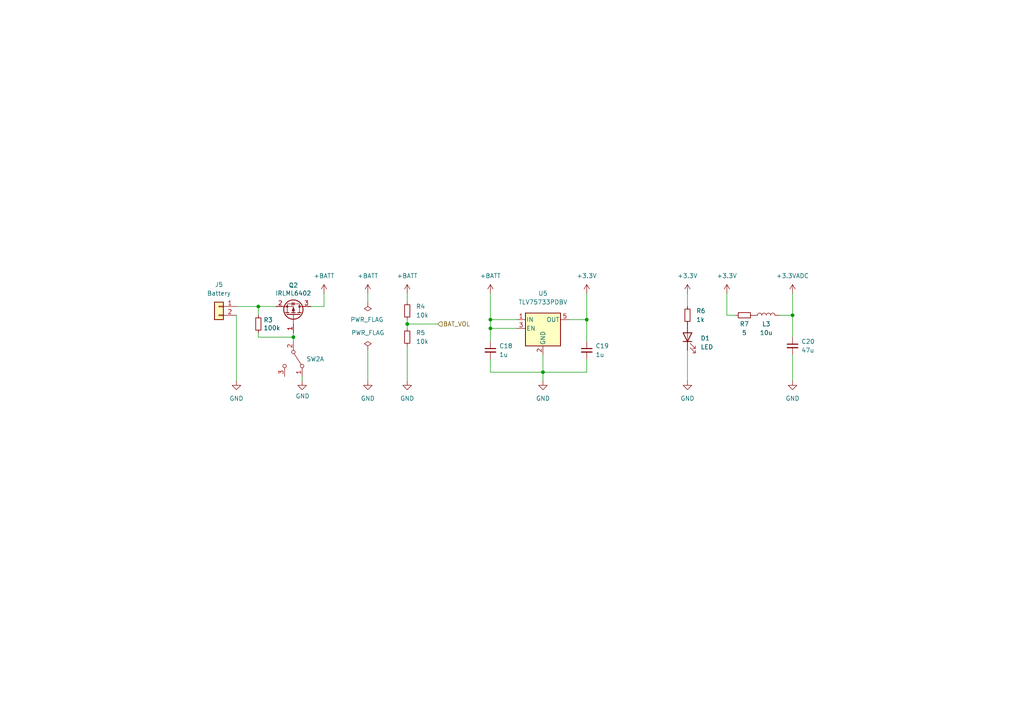
<source format=kicad_sch>
(kicad_sch (version 20231120) (generator "eeschema") (generator_version "8.0")
  (paper "A4")
  (lib_symbols
    (symbol "Connector_Generic:Conn_01x02" (pin_names (offset 1.016) hide)
      (property "Reference" "J" (at 0 2.54 0))
      (property "Value" "Conn_01x02" (at 0 -5.08 0))
      (symbol "Conn_01x02_1_1"
        (rectangle (start -1.27 -2.413) (end 0 -2.667) (stroke (width 0.1524)))
        (rectangle (start -1.27 0.127) (end 0 -0.127) (stroke (width 0.1524)))
        (rectangle (start -1.27 1.27) (end 1.27 -3.81) (stroke (width 0.254)) (fill (type background)))
        (pin passive line (at -5.08 0 0) (length 3.81) (name "Pin_1") (number "1"))
        (pin passive line (at -5.08 -2.54 0) (length 3.81) (name "Pin_2") (number "2"))
      )
    )
    (symbol "Device:C_Small" (pin_numbers hide) (pin_names (offset 0.254) hide)
      (property "Reference" "C" (at 0.254 1.778 0))
      (property "Value" "C_Small" (at 0.254 -2.032 0))
      (symbol "C_Small_0_1"
        (polyline (pts (xy -1.524 -0.508) (xy 1.524 -0.508)) (stroke (width 0.3302)))
        (polyline (pts (xy -1.524 0.508) (xy 1.524 0.508)) (stroke (width 0.3048)))
      )
      (symbol "C_Small_1_1"
        (pin passive line (at 0 2.54 270) (length 2.032) (name "~") (number "1"))
        (pin passive line (at 0 -2.54 90) (length 2.032) (name "~") (number "2"))
      )
    )
    (symbol "Device:L" (pin_numbers hide) (pin_names (offset 1.016) hide)
      (property "Reference" "L" (at -1.27 0 90))
      (property "Value" "L" (at 1.905 0 90))
      (symbol "L_0_1"
        (arc (start 0 -2.54) (mid 0.6323 -1.905) (end 0 -1.27))
        (arc (start 0 -1.27) (mid 0.6323 -0.635) (end 0 0))
        (arc (start 0 0) (mid 0.6323 0.635) (end 0 1.27))
        (arc (start 0 1.27) (mid 0.6323 1.905) (end 0 2.54))
      )
      (symbol "L_1_1"
        (pin passive line (at 0 3.81 270) (length 1.27) (name "1") (number "1"))
        (pin passive line (at 0 -3.81 90) (length 1.27) (name "2") (number "2"))
      )
    )
    (symbol "Device:LED" (pin_numbers hide) (pin_names (offset 1.016) hide)
      (property "Reference" "D" (at 0 2.54 0))
      (property "Value" "LED" (at 0 -2.54 0))
      (symbol "LED_0_1"
        (polyline (pts (xy -1.27 -1.27) (xy -1.27 1.27)) (stroke (width 0.254)))
        (polyline (pts (xy -1.27 0) (xy 1.27 0)))
        (polyline (pts (xy 1.27 -1.27) (xy 1.27 1.27) (xy -1.27 0) (xy 1.27 -1.27)) (stroke (width 0.254)))
        (polyline (pts (xy -3.048 -0.762) (xy -4.572 -2.286) (xy -3.81 -2.286) (xy -4.572 -2.286) (xy -4.572 -1.524)))
        (polyline (pts (xy -1.778 -0.762) (xy -3.302 -2.286) (xy -2.54 -2.286) (xy -3.302 -2.286) (xy -3.302 -1.524)))
      )
      (symbol "LED_1_1"
        (pin passive line (at -3.81 0 0) (length 2.54) (name "K") (number "1"))
        (pin passive line (at 3.81 0 180) (length 2.54) (name "A") (number "2"))
      )
    )
    (symbol "Device:R_Small" (pin_numbers hide) (pin_names (offset 0.254) hide)
      (property "Reference" "R" (at 0.762 0.508 0))
      (property "Value" "R_Small" (at 0.762 -1.016 0))
      (symbol "R_Small_0_1"
        (rectangle (start -0.762 1.778) (end 0.762 -1.778) (stroke (width 0.2032)))
      )
      (symbol "R_Small_1_1"
        (pin passive line (at 0 2.54 270) (length 0.762) (name "~") (number "1"))
        (pin passive line (at 0 -2.54 90) (length 0.762) (name "~") (number "2"))
      )
    )
    (symbol "Regulator_Linear:TLV75733PDBV" (pin_names (offset 0.254))
      (property "Reference" "U" (at -3.81 5.715 0))
      (property "Value" "TLV75733PDBV" (at 0 5.715 0))
      (symbol "TLV75733PDBV_0_1"
        (rectangle (start -5.08 4.445) (end 5.08 -5.08) (stroke (width 0.254)) (fill (type background)))
      )
      (symbol "TLV75733PDBV_1_1"
        (pin power_in line (at -7.62 2.54 0) (length 2.54) (name "IN") (number "1"))
        (pin power_in line (at 0 -7.62 90) (length 2.54) (name "GND") (number "2"))
        (pin input line (at -7.62 0 0) (length 2.54) (name "EN") (number "3"))
        (pin no_connect line (at 5.08 0 180) (length 2.54) hide (name "NC") (number "4"))
        (pin power_out line (at 7.62 2.54 180) (length 2.54) (name "OUT") (number "5"))
      )
    )
    (symbol "Switch:SW_DPDT_x2" (pin_names (offset 0) hide)
      (property "Reference" "SW" (at 0 4.318 0))
      (property "Value" "SW_DPDT_x2" (at 0 -5.08 0))
      (symbol "SW_DPDT_x2_0_0"
        (circle (center -2.032 0) (radius 0.508))
        (circle (center 2.032 -2.54) (radius 0.508))
      )
      (symbol "SW_DPDT_x2_0_1"
        (polyline (pts (xy -1.524 0.254) (xy 1.651 2.286)))
        (circle (center 2.032 2.54) (radius 0.508))
      )
      (symbol "SW_DPDT_x2_1_1"
        (pin passive line (at 5.08 2.54 180) (length 2.54) (name "A") (number "1"))
        (pin passive line (at -5.08 0 0) (length 2.54) (name "B") (number "2"))
        (pin passive line (at 5.08 -2.54 180) (length 2.54) (name "C") (number "3"))
      )
      (symbol "SW_DPDT_x2_2_1"
        (pin passive line (at 5.08 2.54 180) (length 2.54) (name "A") (number "4"))
        (pin passive line (at -5.08 0 0) (length 2.54) (name "B") (number "5"))
        (pin passive line (at 5.08 -2.54 180) (length 2.54) (name "C") (number "6"))
      )
    )
    (symbol "Transistor_FET:IRLML6402" (pin_names hide)
      (property "Reference" "Q" (at 5.08 1.905 0))
      (property "Value" "IRLML6402" (at 5.08 0 0))
      (symbol "IRLML6402_0_1"
        (polyline (pts (xy 0.254 0) (xy -2.54 0)))
        (polyline (pts (xy 0.254 1.905) (xy 0.254 -1.905)) (stroke (width 0.254)))
        (polyline (pts (xy 0.762 -1.27) (xy 0.762 -2.286)) (stroke (width 0.254)))
        (polyline (pts (xy 0.762 0.508) (xy 0.762 -0.508)) (stroke (width 0.254)))
        (polyline (pts (xy 0.762 2.286) (xy 0.762 1.27)) (stroke (width 0.254)))
        (polyline (pts (xy 2.54 2.54) (xy 2.54 1.778)))
        (polyline (pts (xy 2.54 -2.54) (xy 2.54 0) (xy 0.762 0)))
        (polyline (pts (xy 0.762 1.778) (xy 3.302 1.778) (xy 3.302 -1.778) (xy 0.762 -1.778)))
        (polyline (pts (xy 2.286 0) (xy 1.27 0.381) (xy 1.27 -0.381) (xy 2.286 0)) (fill (type outline)))
        (polyline (pts (xy 2.794 -0.508) (xy 2.921 -0.381) (xy 3.683 -0.381) (xy 3.81 -0.254)))
        (polyline (pts (xy 3.302 -0.381) (xy 2.921 0.254) (xy 3.683 0.254) (xy 3.302 -0.381)))
        (circle (center 1.651 0) (radius 2.794) (stroke (width 0.254)))
        (circle (center 2.54 -1.778) (radius 0.254) (fill (type outline)))
        (circle (center 2.54 1.778) (radius 0.254) (fill (type outline)))
      )
      (symbol "IRLML6402_1_1"
        (pin input line (at -5.08 0 0) (length 2.54) (name "G") (number "1"))
        (pin passive line (at 2.54 -5.08 90) (length 2.54) (name "S") (number "2"))
        (pin passive line (at 2.54 5.08 270) (length 2.54) (name "D") (number "3"))
      )
    )
    (symbol "power:+3.3V" (power) (pin_names (offset 0))
      (property "Value" "+3.3V" (at 0 3.556 0))
      (symbol "+3.3V_0_1"
        (polyline (pts (xy -0.762 1.27) (xy 0 2.54)))
        (polyline (pts (xy 0 0) (xy 0 2.54)))
        (polyline (pts (xy 0 2.54) (xy 0.762 1.27)))
      )
      (symbol "+3.3V_1_1"
        (pin power_in line (at 0 0 90) (length 0) hide (name "+3.3V") (number "1"))
      )
    )
    (symbol "power:+3.3VADC" (power) (pin_names (offset 0))
      (property "Value" "+3.3VADC" (at 0 2.54 0))
      (symbol "+3.3VADC_0_0"
        (pin power_in line (at 0 0 90) (length 0) hide (name "+3.3VADC") (number "1"))
      )
      (symbol "+3.3VADC_0_1"
        (polyline (pts (xy -0.762 1.27) (xy 0 2.54)))
        (polyline (pts (xy 0 0) (xy 0 2.54)))
        (polyline (pts (xy 0 2.54) (xy 0.762 1.27)))
      )
    )
    (symbol "power:+BATT" (power) (pin_names (offset 0))
      (property "Value" "+BATT" (at 0 3.556 0))
      (symbol "+BATT_0_1"
        (polyline (pts (xy -0.762 1.27) (xy 0 2.54)))
        (polyline (pts (xy 0 0) (xy 0 2.54)))
        (polyline (pts (xy 0 2.54) (xy 0.762 1.27)))
      )
      (symbol "+BATT_1_1"
        (pin power_in line (at 0 0 90) (length 0) hide (name "+BATT") (number "1"))
      )
    )
    (symbol "power:GND" (power) (pin_names (offset 0))
      (property "Value" "GND" (at 0 -3.81 0))
      (symbol "GND_0_1"
        (polyline (pts (xy 0 0) (xy 0 -1.27) (xy 1.27 -1.27) (xy 0 -2.54) (xy -1.27 -1.27) (xy 0 -1.27)))
      )
      (symbol "GND_1_1"
        (pin power_in line (at 0 0 270) (length 0) hide (name "GND") (number "1"))
      )
    )
    (symbol "power:PWR_FLAG" (power) (pin_numbers hide) (pin_names (offset 0) hide)
      (property "Value" "PWR_FLAG" (at 0 3.81 0))
      (symbol "PWR_FLAG_0_0"
        (pin power_out line (at 0 0 90) (length 0) (name "pwr") (number "1"))
      )
      (symbol "PWR_FLAG_0_1"
        (polyline (pts (xy 0 0) (xy 0 1.27) (xy -1.016 1.905) (xy 0 2.54) (xy 1.016 1.905) (xy 0 1.27)))
      )
    )
  )
  (junction (at 170.18 92.71))
  (junction (at 142.24 92.71))
  (junction (at 74.93 88.9))
  (junction (at 118.11 93.98))
  (junction (at 142.24 95.25))
  (junction (at 157.48 107.95))
  (junction (at 85.09 97.79))
  (junction (at 229.87 91.44))
  (wire (pts (xy 229.87 85.09) (xy 229.87 91.44)))
  (wire (pts (xy 93.98 88.9) (xy 93.98 85.09)))
  (wire (pts (xy 199.39 101.6) (xy 199.39 110.49)))
  (wire (pts (xy 199.39 85.09) (xy 199.39 88.9)))
  (wire (pts (xy 170.18 104.14) (xy 170.18 107.95)))
  (wire (pts (xy 142.24 107.95) (xy 157.48 107.95)))
  (wire (pts (xy 118.11 93.98) (xy 127 93.98)))
  (wire (pts (xy 118.11 93.98) (xy 118.11 95.25)))
  (wire (pts (xy 142.24 95.25) (xy 142.24 92.71)))
  (wire (pts (xy 226.06 91.44) (xy 229.87 91.44)))
  (wire (pts (xy 157.48 107.95) (xy 157.48 110.49)))
  (wire (pts (xy 68.58 88.9) (xy 74.93 88.9)))
  (wire (pts (xy 149.86 95.25) (xy 142.24 95.25)))
  (wire (pts (xy 106.68 85.09) (xy 106.68 87.63)))
  (wire (pts (xy 142.24 85.09) (xy 142.24 92.71)))
  (wire (pts (xy 85.09 96.52) (xy 85.09 97.79)))
  (wire (pts (xy 74.93 97.79) (xy 85.09 97.79)))
  (wire (pts (xy 85.09 99.06) (xy 85.09 97.79)))
  (wire (pts (xy 68.58 91.44) (xy 68.58 110.49)))
  (wire (pts (xy 210.82 85.09) (xy 210.82 91.44)))
  (wire (pts (xy 229.87 97.79) (xy 229.87 91.44)))
  (wire (pts (xy 90.17 88.9) (xy 93.98 88.9)))
  (wire (pts (xy 87.63 110.49) (xy 87.63 109.22)))
  (wire (pts (xy 170.18 107.95) (xy 157.48 107.95)))
  (wire (pts (xy 229.87 102.87) (xy 229.87 110.49)))
  (wire (pts (xy 142.24 92.71) (xy 149.86 92.71)))
  (wire (pts (xy 118.11 100.33) (xy 118.11 110.49)))
  (wire (pts (xy 74.93 88.9) (xy 74.93 91.44)))
  (wire (pts (xy 157.48 102.87) (xy 157.48 107.95)))
  (wire (pts (xy 106.68 101.6) (xy 106.68 110.49)))
  (wire (pts (xy 170.18 85.09) (xy 170.18 92.71)))
  (wire (pts (xy 210.82 91.44) (xy 213.36 91.44)))
  (wire (pts (xy 142.24 95.25) (xy 142.24 99.06)))
  (wire (pts (xy 74.93 96.52) (xy 74.93 97.79)))
  (wire (pts (xy 142.24 104.14) (xy 142.24 107.95)))
  (wire (pts (xy 74.93 88.9) (xy 80.01 88.9)))
  (wire (pts (xy 170.18 92.71) (xy 165.1 92.71)))
  (wire (pts (xy 118.11 92.71) (xy 118.11 93.98)))
  (wire (pts (xy 118.11 85.09) (xy 118.11 87.63)))
  (wire (pts (xy 170.18 92.71) (xy 170.18 99.06)))
  (hierarchical_label "BAT_VOL" (shape input) (at 127 93.98 0))
  (symbol (lib_id "Device:LED") (at 199.39 97.79 90) (unit 1)
    (property "Reference" "D1" (at 203.2 98.1074 90) (effects (justify right)))
    (property "Value" "LED" (at 203.2 100.6474 90) (effects (justify right)))
    (property "Footprint" "LED_SMD:LED_0402_1005Metric" (effects (hide yes)))
  )
  (symbol (lib_id "power:+3.3V") (at 170.18 85.09 0) (unit 1)
    (property "Reference" "#PWR039" (effects (hide yes)))
    (property "Value" "+3.3V" (at 170.18 80.01 0))
  )
  (symbol (lib_id "Device:C_Small") (at 142.24 101.6 0) (unit 1)
    (property "Reference" "C18" (at 144.78 100.3362 0) (effects (justify left)))
    (property "Value" "1u" (at 144.78 102.8762 0) (effects (justify left)))
    (property "Footprint" "Capacitor_SMD:C_0402_1005Metric" (effects (hide yes)))
  )
  (symbol (lib_id "Device:C_Small") (at 229.87 100.33 0) (unit 1)
    (property "Reference" "C20" (at 232.41 99.0662 0) (effects (justify left)))
    (property "Value" "47u" (at 232.41 101.6062 0) (effects (justify left)))
    (property "Footprint" "Capacitor_SMD:C_0603_1608Metric" (effects (hide yes)))
  )
  (symbol (lib_id "power:+3.3VADC") (at 229.87 85.09 0) (unit 1)
    (property "Reference" "#PWR043" (effects (hide yes)))
    (property "Value" "+3.3VADC" (at 229.87 80.01 0))
  )
  (symbol (lib_id "power:PWR_FLAG") (at 106.68 101.6 0) (unit 1)
    (property "Reference" "#FLG04" (effects (hide yes)))
    (property "Value" "PWR_FLAG" (at 106.68 96.52 0))
  )
  (symbol (lib_id "power:GND") (at 229.87 110.49 0) (unit 1)
    (property "Reference" "#PWR044" (effects (hide yes)))
    (property "Value" "GND" (at 229.87 115.57 0))
  )
  (symbol (lib_id "Regulator_Linear:TLV75733PDBV") (at 157.48 95.25 0) (unit 1)
    (property "Reference" "U5" (at 157.48 85.09 0))
    (property "Value" "TLV75733PDBV" (at 157.48 87.63 0))
    (property "Footprint" "Package_TO_SOT_SMD:SOT-23-5" (effects (hide yes)))
    (property "Datasheet" "https://www.ti.com/lit/ds/symlink/tlv757p.pdf" (effects (hide yes)))
  )
  (symbol (lib_id "power:PWR_FLAG") (at 106.68 87.63 180) (unit 1)
    (property "Reference" "#FLG03" (effects (hide yes)))
    (property "Value" "PWR_FLAG" (at 101.6 92.71 0) (effects (justify right)))
  )
  (symbol (lib_id "Device:R_Small") (at 118.11 97.79 0) (unit 1)
    (property "Reference" "R5" (at 120.65 96.5199 0) (effects (justify left)))
    (property "Value" "10k" (at 120.65 99.0599 0) (effects (justify left)))
    (property "Footprint" "Resistor_SMD:R_0201_0603Metric" (effects (hide yes)))
  )
  (symbol (lib_id "power:GND") (at 118.11 110.49 0) (unit 1)
    (property "Reference" "#PWR036" (effects (hide yes)))
    (property "Value" "GND" (at 118.11 115.57 0))
  )
  (symbol (lib_id "power:+BATT") (at 142.24 85.09 0) (unit 1)
    (property "Reference" "#PWR037" (effects (hide yes)))
    (property "Value" "+BATT" (at 142.24 80.01 0))
  )
  (symbol (lib_id "power:+BATT") (at 93.98 85.09 0) (unit 1)
    (property "Reference" "#PWR032" (effects (hide yes)))
    (property "Value" "+BATT" (at 93.98 80.01 0))
  )
  (symbol (lib_id "power:+BATT") (at 118.11 85.09 0) (unit 1)
    (property "Reference" "#PWR035" (effects (hide yes)))
    (property "Value" "+BATT" (at 118.11 80.01 0))
  )
  (symbol (lib_id "Device:R_Small") (at 199.39 91.44 0) (unit 1)
    (property "Reference" "R6" (at 201.93 90.1699 0) (effects (justify left)))
    (property "Value" "1k" (at 201.93 92.7099 0) (effects (justify left)))
    (property "Footprint" "Resistor_SMD:R_0201_0603Metric" (effects (hide yes)))
  )
  (symbol (lib_id "Connector_Generic:Conn_01x02") (at 63.5 88.9 0) (mirror y) (unit 1)
    (property "Reference" "J5" (at 63.5 82.55 0))
    (property "Value" "Battery" (at 63.5 85.09 0))
    (property "Footprint" "Connector_PinSocket_1.27mm:PinSocket_1x02_P1.27mm_Vertical" (effects (hide yes)))
  )
  (symbol (lib_id "power:GND") (at 157.48 110.49 0) (unit 1)
    (property "Reference" "#PWR038" (effects (hide yes)))
    (property "Value" "GND" (at 157.48 115.57 0))
  )
  (symbol (lib_id "power:GND") (at 199.39 110.49 0) (unit 1)
    (property "Reference" "#PWR041" (effects (hide yes)))
    (property "Value" "GND" (at 199.39 115.57 0))
  )
  (symbol (lib_id "power:+3.3V") (at 210.82 85.09 0) (unit 1)
    (property "Reference" "#PWR042" (effects (hide yes)))
    (property "Value" "+3.3V" (at 210.82 80.01 0))
  )
  (symbol (lib_id "power:+BATT") (at 106.68 85.09 0) (unit 1)
    (property "Reference" "#PWR033" (effects (hide yes)))
    (property "Value" "+BATT" (at 106.68 80.01 0))
  )
  (symbol (lib_id "power:GND") (at 68.58 110.49 0) (unit 1)
    (property "Reference" "#PWR030" (effects (hide yes)))
    (property "Value" "GND" (at 68.58 115.57 0))
  )
  (symbol (lib_id "power:GND") (at 106.68 110.49 0) (unit 1)
    (property "Reference" "#PWR034" (effects (hide yes)))
    (property "Value" "GND" (at 106.68 115.57 0))
  )
  (symbol (lib_id "Device:C_Small") (at 170.18 101.6 0) (unit 1)
    (property "Reference" "C19" (at 172.72 100.3362 0) (effects (justify left)))
    (property "Value" "1u" (at 172.72 102.8762 0) (effects (justify left)))
    (property "Footprint" "Capacitor_SMD:C_0402_1005Metric" (effects (hide yes)))
  )
  (symbol (lib_id "Device:R_Small") (at 215.9 91.44 90) (unit 1)
    (property "Reference" "R7" (at 215.9 93.98 90))
    (property "Value" "5" (at 215.9 96.52 90))
    (property "Footprint" "Resistor_SMD:R_0805_2012Metric" (effects (hide yes)))
  )
  (symbol (lib_id "Device:L") (at 222.25 91.44 90) (unit 1)
    (property "Reference" "L3" (at 222.25 93.98 90))
    (property "Value" "10u" (at 222.25 96.52 90))
    (property "Footprint" "Inductor_SMD:L_1008_2520Metric_Pad1.43x2.20mm_HandSolder" (effects (hide yes)))
  )
  (symbol (lib_id "Switch:SW_DPDT_x2") (at 85.09 104.14 270) (unit 1)
    (property "Reference" "SW2" (at 88.8492 104.14 90) (effects (justify left)))
    (property "Value" "EG1215AA" (effects (hide yes)))
    (property "Footprint" "half_mouse_lib:EG1215AA" (effects (hide yes)))
  )
  (symbol (lib_id "Device:R_Small") (at 118.11 90.17 0) (unit 1)
    (property "Reference" "R4" (at 120.65 88.8999 0) (effects (justify left)))
    (property "Value" "10k" (at 120.65 91.4399 0) (effects (justify left)))
    (property "Footprint" "Resistor_SMD:R_0201_0603Metric" (effects (hide yes)))
  )
  (symbol (lib_id "Transistor_FET:IRLML6402") (at 85.09 91.44 270) (mirror x) (unit 1)
    (property "Reference" "Q2" (at 85.09 82.7532 90))
    (property "Value" "IRLML6402" (at 85.09 85.0646 90))
    (property "Footprint" "Package_TO_SOT_SMD:SOT-23" (effects (hide yes)))
    (property "Datasheet" "https://www.infineon.com/dgdl/irlml6402pbf.pdf?fileId=5546d462533600a401535668d5c2263c" (effects (hide yes)))
  )
  (symbol (lib_id "power:GND") (at 87.63 110.49 0) (unit 1)
    (property "Reference" "#PWR031" (effects (hide yes)))
    (property "Value" "GND" (at 87.757 114.8842 0))
  )
  (symbol (lib_id "Device:R_Small") (at 74.93 93.98 0) (unit 1)
    (property "Reference" "R3" (at 76.4286 92.8116 0) (effects (justify left)))
    (property "Value" "100k" (at 76.4286 95.123 0) (effects (justify left)))
    (property "Footprint" "Resistor_SMD:R_0201_0603Metric" (effects (hide yes)))
  )
  (symbol (lib_id "power:+3.3V") (at 199.39 85.09 0) (unit 1)
    (property "Reference" "#PWR040" (effects (hide yes)))
    (property "Value" "+3.3V" (at 199.39 80.01 0))
  )
)
</source>
